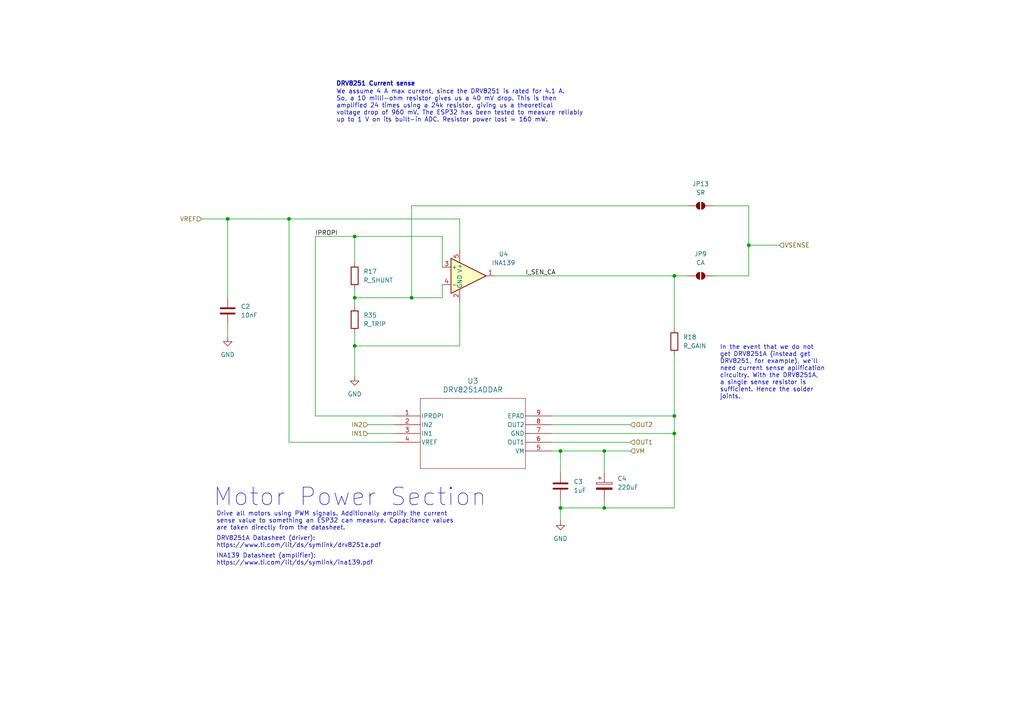
<source format=kicad_sch>
(kicad_sch (version 20231120) (generator "eeschema") (generator_version "8.0")
  (paper "A4")
  (title_block (title "DRV8251 Motor Driver") (date "2024-06-17") (rev "1.0") (company "Anuj Verma"))
  (lib_symbols
    (symbol "2024-06-11_09-14-51:DRV8251ADDAR" (pin_names (offset 0.254))
      (property "Reference" "U" (at 22.86 10.16 0))
      (property "Value" "DRV8251ADDAR" (at 22.86 7.62 0))
      (symbol "DRV8251ADDAR_0_1"
        (polyline (pts (xy 7.62 -15.24) (xy 38.1 -15.24)) (stroke (width 0.127)))
        (polyline (pts (xy 7.62 5.08) (xy 7.62 -15.24)) (stroke (width 0.127)))
        (polyline (pts (xy 38.1 -15.24) (xy 38.1 5.08)) (stroke (width 0.127)))
        (polyline (pts (xy 38.1 5.08) (xy 7.62 5.08)) (stroke (width 0.127)))
        (pin power_in line (at 0 0 0) (length 7.62) (name "IPROPI") (number "1"))
        (pin input line (at 0 -2.54 0) (length 7.62) (name "IN2") (number "2"))
        (pin input line (at 0 -5.08 0) (length 7.62) (name "IN1") (number "3"))
        (pin power_in line (at 0 -7.62 0) (length 7.62) (name "VREF") (number "4"))
        (pin power_in line (at 45.72 -10.16 180) (length 7.62) (name "VM") (number "5"))
        (pin output line (at 45.72 -7.62 180) (length 7.62) (name "OUT1") (number "6"))
        (pin power_out line (at 45.72 -5.08 180) (length 7.62) (name "GND") (number "7"))
        (pin output line (at 45.72 -2.54 180) (length 7.62) (name "OUT2") (number "8"))
        (pin power_out line (at 45.72 0 180) (length 7.62) (name "EPAD") (number "9"))
      )
    )
    (symbol "Amplifier_Current:INA139" (pin_names (offset 0.127))
      (property "Reference" "U" (at 3.81 5.08 0))
      (property "Value" "INA139" (at 3.81 2.54 0))
      (symbol "INA139_0_1"
        (polyline (pts (xy -5.08 5.08) (xy 5.08 0) (xy -5.08 -5.08) (xy -5.08 5.08)) (stroke (width 0.254)) (fill (type background)))
      )
      (symbol "INA139_1_1"
        (pin output line (at 7.62 0 180) (length 2.54) (name "~") (number "1"))
        (pin power_in line (at -2.54 -7.62 90) (length 3.81) (name "GND") (number "2"))
        (pin input line (at -7.62 2.54 0) (length 2.54) (name "+") (number "3"))
        (pin input line (at -7.62 -2.54 0) (length 2.54) (name "-") (number "4"))
        (pin power_in line (at -2.54 7.62 270) (length 3.81) (name "V+") (number "5"))
      )
    )
    (symbol "Device:C" (pin_numbers hide) (pin_names (offset 0.254))
      (property "Reference" "C" (at 0.635 2.54 0))
      (property "Value" "C" (at 0.635 -2.54 0))
      (symbol "C_0_1"
        (polyline (pts (xy -2.032 -0.762) (xy 2.032 -0.762)) (stroke (width 0.508)))
        (polyline (pts (xy -2.032 0.762) (xy 2.032 0.762)) (stroke (width 0.508)))
      )
      (symbol "C_1_1"
        (pin passive line (at 0 3.81 270) (length 2.794) (name "~") (number "1"))
        (pin passive line (at 0 -3.81 90) (length 2.794) (name "~") (number "2"))
      )
    )
    (symbol "Device:C_Polarized" (pin_numbers hide) (pin_names (offset 0.254))
      (property "Reference" "C" (at 0.635 2.54 0))
      (property "Value" "C_Polarized" (at 0.635 -2.54 0))
      (symbol "C_Polarized_0_1"
        (rectangle (start -2.286 0.508) (end 2.286 1.016))
        (polyline (pts (xy -1.778 2.286) (xy -0.762 2.286)))
        (polyline (pts (xy -1.27 2.794) (xy -1.27 1.778)))
        (rectangle (start 2.286 -0.508) (end -2.286 -1.016) (fill (type outline)))
      )
      (symbol "C_Polarized_1_1"
        (pin passive line (at 0 3.81 270) (length 2.794) (name "~") (number "1"))
        (pin passive line (at 0 -3.81 90) (length 2.794) (name "~") (number "2"))
      )
    )
    (symbol "Device:R" (pin_numbers hide) (pin_names (offset 0))
      (property "Reference" "R" (at 2.032 0 90))
      (property "Value" "R" (at 0 0 90))
      (symbol "R_0_1"
        (rectangle (start -1.016 -2.54) (end 1.016 2.54) (stroke (width 0.254)))
      )
      (symbol "R_1_1"
        (pin passive line (at 0 3.81 270) (length 1.27) (name "~") (number "1"))
        (pin passive line (at 0 -3.81 90) (length 1.27) (name "~") (number "2"))
      )
    )
    (symbol "Jumper:SolderJumper_2_Open" (pin_numbers hide) (pin_names (offset 0) hide) (exclude_from_sim yes) (in_bom no)
      (property "Reference" "JP" (at 0 2.032 0))
      (property "Value" "SolderJumper_2_Open" (at 0 -2.54 0))
      (symbol "SolderJumper_2_Open_0_1"
        (arc (start -0.254 1.016) (mid -1.2656 0) (end -0.254 -1.016))
        (arc (start -0.254 1.016) (mid -1.2656 0) (end -0.254 -1.016) (fill (type outline)))
        (polyline (pts (xy -0.254 1.016) (xy -0.254 -1.016)))
        (polyline (pts (xy 0.254 1.016) (xy 0.254 -1.016)))
        (arc (start 0.254 -1.016) (mid 1.2656 0) (end 0.254 1.016))
        (arc (start 0.254 -1.016) (mid 1.2656 0) (end 0.254 1.016) (fill (type outline)))
      )
      (symbol "SolderJumper_2_Open_1_1"
        (pin passive line (at -3.81 0 0) (length 2.54) (name "A") (number "1"))
        (pin passive line (at 3.81 0 180) (length 2.54) (name "B") (number "2"))
      )
    )
    (symbol "power:GND" (power) (pin_numbers hide) (pin_names (offset 0) hide)
      (property "Value" "GND" (at 0 -3.81 0))
      (symbol "GND_0_1"
        (polyline (pts (xy 0 0) (xy 0 -1.27) (xy 1.27 -1.27) (xy 0 -2.54) (xy -1.27 -1.27) (xy 0 -1.27)))
      )
      (symbol "GND_1_1"
        (pin power_in line (at 0 0 270) (length 0) (name "~") (number "1"))
      )
    )
  )
  (junction (at 102.87 68.58))
  (junction (at 119.38 86.36))
  (junction (at 195.58 125.73))
  (junction (at 102.87 100.33))
  (junction (at 175.26 130.81))
  (junction (at 217.17 71.12))
  (junction (at 83.82 63.5))
  (junction (at 102.87 86.36))
  (junction (at 195.58 80.01))
  (junction (at 162.56 147.32))
  (junction (at 66.04 63.5))
  (junction (at 195.58 120.65))
  (junction (at 162.56 130.81))
  (junction (at 175.26 147.32))
  (wire (pts (xy 217.17 71.12) (xy 217.17 80.01)))
  (wire (pts (xy 133.35 63.5) (xy 133.35 72.39)))
  (wire (pts (xy 133.35 100.33) (xy 133.35 87.63)))
  (wire (pts (xy 175.26 147.32) (xy 195.58 147.32)))
  (wire (pts (xy 195.58 80.01) (xy 199.39 80.01)))
  (wire (pts (xy 102.87 100.33) (xy 133.35 100.33)))
  (wire (pts (xy 160.02 130.81) (xy 162.56 130.81)))
  (wire (pts (xy 175.26 147.32) (xy 175.26 144.78)))
  (wire (pts (xy 217.17 59.69) (xy 217.17 71.12)))
  (wire (pts (xy 217.17 71.12) (xy 226.06 71.12)))
  (wire (pts (xy 195.58 102.87) (xy 195.58 120.65)))
  (wire (pts (xy 119.38 86.36) (xy 119.38 59.69)))
  (wire (pts (xy 102.87 86.36) (xy 119.38 86.36)))
  (wire (pts (xy 119.38 59.69) (xy 199.39 59.69)))
  (wire (pts (xy 102.87 100.33) (xy 102.87 109.22)))
  (wire (pts (xy 162.56 144.78) (xy 162.56 147.32)))
  (wire (pts (xy 195.58 125.73) (xy 195.58 120.65)))
  (wire (pts (xy 160.02 128.27) (xy 182.88 128.27)))
  (wire (pts (xy 195.58 120.65) (xy 160.02 120.65)))
  (wire (pts (xy 175.26 130.81) (xy 175.26 137.16)))
  (wire (pts (xy 102.87 96.52) (xy 102.87 100.33)))
  (wire (pts (xy 102.87 86.36) (xy 102.87 88.9)))
  (wire (pts (xy 106.68 125.73) (xy 114.3 125.73)))
  (wire (pts (xy 162.56 130.81) (xy 175.26 130.81)))
  (wire (pts (xy 58.42 63.5) (xy 66.04 63.5)))
  (wire (pts (xy 162.56 147.32) (xy 175.26 147.32)))
  (wire (pts (xy 195.58 80.01) (xy 195.58 95.25)))
  (wire (pts (xy 83.82 128.27) (xy 83.82 63.5)))
  (wire (pts (xy 160.02 125.73) (xy 195.58 125.73)))
  (wire (pts (xy 128.27 68.58) (xy 128.27 77.47)))
  (wire (pts (xy 119.38 86.36) (xy 128.27 86.36)))
  (wire (pts (xy 66.04 63.5) (xy 66.04 86.36)))
  (wire (pts (xy 102.87 68.58) (xy 102.87 76.2)))
  (wire (pts (xy 207.01 59.69) (xy 217.17 59.69)))
  (wire (pts (xy 143.51 80.01) (xy 195.58 80.01)))
  (wire (pts (xy 162.56 147.32) (xy 162.56 151.13)))
  (wire (pts (xy 128.27 86.36) (xy 128.27 82.55)))
  (wire (pts (xy 66.04 63.5) (xy 83.82 63.5)))
  (wire (pts (xy 195.58 147.32) (xy 195.58 125.73)))
  (wire (pts (xy 102.87 83.82) (xy 102.87 86.36)))
  (wire (pts (xy 91.44 68.58) (xy 102.87 68.58)))
  (wire (pts (xy 217.17 80.01) (xy 207.01 80.01)))
  (wire (pts (xy 106.68 123.19) (xy 114.3 123.19)))
  (wire (pts (xy 66.04 93.98) (xy 66.04 97.79)))
  (wire (pts (xy 83.82 63.5) (xy 133.35 63.5)))
  (wire (pts (xy 114.3 128.27) (xy 83.82 128.27)))
  (wire (pts (xy 102.87 68.58) (xy 128.27 68.58)))
  (wire (pts (xy 91.44 120.65) (xy 114.3 120.65)))
  (wire (pts (xy 175.26 130.81) (xy 182.88 130.81)))
  (wire (pts (xy 162.56 130.81) (xy 162.56 137.16)))
  (wire (pts (xy 91.44 68.58) (xy 91.44 120.65)))
  (wire (pts (xy 160.02 123.19) (xy 182.88 123.19)))
  (text "DRV8251 Current sense" (at 108.966 24.384 0) (effects (font (size 1.27 1.27) (thickness 0.254) (bold yes))))
  (text "In the event that we do not\nget DRV8251A (instead get\nDRV8251, for example), we'll\nneed current sense aplification\ncircuitry. With the DRV8251A,\na single sense resistor is\nsufficient. Hence the solder\njoints." (at 208.788 107.95 0) (effects (font (size 1.27 1.27)) (justify left)))
  (text "Motor Power Section" (at 61.722 144.272 0) (effects (font (size 5.08 5.08)) (justify left)))
  (text "We assume 4 A max current, since the DRV8251 is rated for 4.1 A.\nSo, a 10 milli-ohm resistor gives us a 40 mV drop. This is then\namplified 24 times using a 24k resistor, giving us a theoretical\nvoltage drop of 960 mV. The ESP32 has been tested to measure reliably\nup to 1 V on its built-in ADC. Resistor power lost = 160 mW." (at 97.536 30.734 0) (effects (font (size 1.27 1.27)) (justify left)))
  (text "DRV8251A Datasheet (driver):\nhttps://www.ti.com/lit/ds/symlink/drv8251a.pdf" (at 62.738 157.226 0) (effects (font (size 1.27 1.27)) (justify left)))
  (text "INA139 Datasheet (amplifier):\nhttps://www.ti.com/lit/ds/symlink/ina139.pdf" (at 62.738 162.306 0) (effects (font (size 1.27 1.27)) (justify left)))
  (text "Drive all motors using PWM signals. Additionally amplify the current\nsense value to something an ESP32 can measure. Capacitance values\nare taken directly from the datasheet." (at 62.738 151.13 0) (effects (font (size 1.27 1.27)) (justify left)))
  (label "I_SEN_CA" (at 152.4 80.01 0))
  (label "IPROPI" (at 91.44 68.58 0))
  (hierarchical_label "OUT1" (shape input) (at 182.88 128.27 0))
  (hierarchical_label "VM" (shape input) (at 182.88 130.81 0))
  (hierarchical_label "VREF" (shape input) (at 58.42 63.5 180))
  (hierarchical_label "VSENSE" (shape input) (at 226.06 71.12 0))
  (hierarchical_label "IN1" (shape input) (at 106.68 125.73 180))
  (hierarchical_label "IN2" (shape input) (at 106.68 123.19 180))
  (hierarchical_label "OUT2" (shape input) (at 182.88 123.19 0))
  (symbol (lib_id "power:GND") (at 66.04 97.79 0) (unit 1)
    (property "Reference" "#PWR033" (effects (hide yes)))
    (property "Value" "GND" (at 66.04 102.87 0))
    (property "Description" "Power symbol creates a global label with name \"GND\" , ground" (effects (hide yes)))
    (instances (project "int-brain" (path "" (reference "#PWR033") (unit 1)) (path "" (reference "#PWR044") (unit 1)) (path "" (reference "#PWR036") (unit 1)) (path "" (reference "#PWR040") (unit 1))))
  )
  (symbol (lib_id "Device:C") (at 66.04 90.17 0) (unit 1)
    (property "Reference" "C2" (at 69.85 88.8999 0) (effects (justify left)))
    (property "Value" "10nF" (at 69.85 91.4399 0) (effects (justify left)))
    (property "Footprint" "Capacitor_SMD:C_0805_2012Metric_Pad1.18x1.45mm_HandSolder" (effects (hide yes)))
    (property "Description" "Unpolarized capacitor" (effects (hide yes)))
    (instances (project "int-brain" (path "" (reference "C2") (unit 1)) (path "" (reference "C19") (unit 1)) (path "" (reference "C5") (unit 1)) (path "" (reference "C12") (unit 1))))
  )
  (symbol (lib_id "power:GND") (at 162.56 151.13 0) (unit 1)
    (property "Reference" "#PWR035" (effects (hide yes)))
    (property "Value" "GND" (at 162.56 156.21 0))
    (property "Description" "Power symbol creates a global label with name \"GND\" , ground" (effects (hide yes)))
    (instances (project "int-brain" (path "" (reference "#PWR035") (unit 1)) (path "" (reference "#PWR046") (unit 1)) (path "" (reference "#PWR038") (unit 1)) (path "" (reference "#PWR042") (unit 1))))
  )
  (symbol (lib_id "Device:R") (at 195.58 99.06 0) (unit 1)
    (property "Reference" "R18" (at 198.12 97.7899 0) (effects (justify left)))
    (property "Value" "R_GAIN" (at 198.12 100.3299 0) (effects (justify left)))
    (property "Footprint" "Resistor_SMD:R_1206_3216Metric_Pad1.30x1.75mm_HandSolder" (effects (hide yes)))
    (property "Description" "Resistor" (effects (hide yes)))
    (instances (project "int-brain" (path "" (reference "R18") (unit 1)) (path "" (reference "R28") (unit 1)) (path "" (reference "R20") (unit 1)) (path "" (reference "R24") (unit 1))))
  )
  (symbol (lib_id "2024-06-11_09-14-51:DRV8251ADDAR") (at 114.3 120.65 0) (unit 1)
    (property "Reference" "U3" (at 137.16 110.49 0) (effects (font (size 1.524 1.524))))
    (property "Value" "DRV8251ADDAR" (at 137.16 113.03 0) (effects (font (size 1.524 1.524))))
    (property "Footprint" "Package_SO:SOIC-8-1EP_3.9x4.9mm_P1.27mm_EP2.29x3mm_ThermalVias" (effects (hide yes)))
    (property "Datasheet" "https://www.ti.com/lit/ds/symlink/drv8251a.pdf" (effects (hide yes)))
    (property "Description" "4.1-A Brushed DC Motor Driver with Integrated Current Sense and Regulation" (effects (hide yes)))
    (instances (project "int-brain" (path "" (reference "U3") (unit 1)) (path "" (reference "U11") (unit 1)) (path "" (reference "U5") (unit 1)) (path "" (reference "U8") (unit 1))))
  )
  (symbol (lib_id "Amplifier_Current:INA139") (at 135.89 80.01 0) (unit 1)
    (property "Reference" "U4" (at 146.05 73.6914 0))
    (property "Value" "INA139" (at 146.05 76.2314 0))
    (property "Footprint" "Package_TO_SOT_SMD:SOT-23-5_HandSoldering" (effects (hide yes)))
    (property "Datasheet" "http://www.ti.com/lit/ds/symlink/ina169.pdf" (effects (hide yes)))
    (property "Description" "High-Side Measurement Current Shunt Monitor, 40V, SOT-23-5" (effects (hide yes)))
    (instances (project "int-brain" (path "" (reference "U4") (unit 1)) (path "" (reference "U12") (unit 1)) (path "" (reference "U6") (unit 1)) (path "" (reference "U9") (unit 1))))
  )
  (symbol (lib_id "power:GND") (at 102.87 109.22 0) (unit 1)
    (property "Reference" "#PWR034" (effects (hide yes)))
    (property "Value" "GND" (at 102.87 114.3 0))
    (property "Description" "Power symbol creates a global label with name \"GND\" , ground" (effects (hide yes)))
    (instances (project "int-brain" (path "" (reference "#PWR034") (unit 1)) (path "" (reference "#PWR045") (unit 1)) (path "" (reference "#PWR037") (unit 1)) (path "" (reference "#PWR041") (unit 1))))
  )
  (symbol (lib_id "Device:C_Polarized") (at 175.26 140.97 0) (unit 1)
    (property "Reference" "C4" (at 179.07 138.8109 0) (effects (justify left)))
    (property "Value" "220uF" (at 179.07 141.3509 0) (effects (justify left)))
    (property "Footprint" "Capacitor_SMD:CP_Elec_8x10.5" (effects (hide yes)))
    (property "Description" "Polarized capacitor" (effects (hide yes)))
    (instances (project "int-brain" (path "" (reference "C4") (unit 1)) (path "" (reference "C21") (unit 1)) (path "" (reference "C7") (unit 1)) (path "" (reference "C14") (unit 1))))
  )
  (symbol (lib_id "Jumper:SolderJumper_2_Open") (at 203.2 59.69 0) (unit 1) (exclude_from_sim yes) (in_bom no)
    (property "Reference" "JP12" (at 203.2 53.34 0))
    (property "Value" "SR" (at 203.2 55.88 0))
    (property "Footprint" "Jumper:SolderJumper-2_P1.3mm_Open_Pad1.0x1.5mm" (effects (hide yes)))
    (property "Description" "Solder Jumper, 2-pole, open" (effects (hide yes)))
    (instances (project "" (path "" (reference "JP13") (unit 1)) (path "" (reference "JP15") (unit 1)) (path "" (reference "JP14") (unit 1)) (path "" (reference "JP12") (unit 1))))
  )
  (symbol (lib_id "Device:C") (at 162.56 140.97 0) (unit 1)
    (property "Reference" "C3" (at 166.37 139.6999 0) (effects (justify left)))
    (property "Value" "1uF" (at 166.37 142.2399 0) (effects (justify left)))
    (property "Footprint" "Capacitor_SMD:C_0805_2012Metric_Pad1.18x1.45mm_HandSolder" (effects (hide yes)))
    (property "Description" "Unpolarized capacitor" (effects (hide yes)))
    (instances (project "int-brain" (path "" (reference "C3") (unit 1)) (path "" (reference "C20") (unit 1)) (path "" (reference "C6") (unit 1)) (path "" (reference "C13") (unit 1))))
  )
  (symbol (lib_id "Device:R") (at 102.87 92.71 0) (unit 1)
    (property "Reference" "R34" (at 105.41 91.4399 0) (effects (justify left)))
    (property "Value" "R_TRIP" (at 105.41 93.9799 0) (effects (justify left)))
    (property "Footprint" "Resistor_SMD:R_1206_3216Metric_Pad1.30x1.75mm_HandSolder" (effects (hide yes)))
    (property "Description" "Resistor" (effects (hide yes)))
    (instances (project "int-brain" (path "" (reference "R35") (unit 1)) (path "" (reference "R37") (unit 1)) (path "" (reference "R36") (unit 1)) (path "" (reference "R34") (unit 1))))
  )
  (symbol (lib_id "Jumper:SolderJumper_2_Open") (at 203.2 80.01 0) (unit 1) (exclude_from_sim yes) (in_bom no)
    (property "Reference" "JP8" (at 203.2 73.66 0))
    (property "Value" "CA" (at 203.2 76.2 0))
    (property "Footprint" "Jumper:SolderJumper-2_P1.3mm_Open_Pad1.0x1.5mm" (effects (hide yes)))
    (property "Description" "Solder Jumper, 2-pole, open" (effects (hide yes)))
    (instances (project "" (path "" (reference "JP9") (unit 1)) (path "" (reference "JP11") (unit 1)) (path "" (reference "JP10") (unit 1)) (path "" (reference "JP8") (unit 1))))
  )
  (symbol (lib_id "Device:R") (at 102.87 80.01 0) (unit 1)
    (property "Reference" "R17" (at 105.41 78.7399 0) (effects (justify left)))
    (property "Value" "R_SHUNT" (at 105.41 81.2799 0) (effects (justify left)))
    (property "Footprint" "Resistor_SMD:R_2512_6332Metric_Pad1.40x3.35mm_HandSolder" (effects (hide yes)))
    (property "Description" "Resistor" (effects (hide yes)))
    (instances (project "int-brain" (path "" (reference "R17") (unit 1)) (path "" (reference "R27") (unit 1)) (path "" (reference "R19") (unit 1)) (path "" (reference "R23") (unit 1))))
  )
)
</source>
